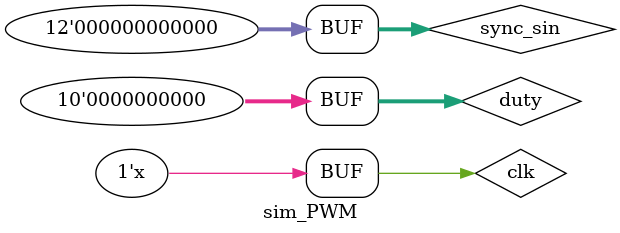
<source format=v>
`timescale 1ps / 1ps

module sim_PWM;

//Parameterized values
    
        // Inputs
        reg clk;
        reg [9:0] duty;
        reg [11:0] sync_sin;

        // Outputs
        wire pin_pwm;
        wire [9:0] cont; 
        wire aux1;
        wire aux_ant;
    
        PWM pmw1 (clk,duty,sync_sin,pin_pwm,cont,aux1, aux_ant);
    
        initial begin
            clk = 0;
            duty = 0;
            #10000
            sync_sin = 4000;
            #30
            sync_sin = 0;
            #10000
            sync_sin =4000;
            #5
            sync_sin = 0;           
        end
        
        always
        begin
            #5 clk = ~clk;
        end
        
        
    endmodule

</source>
